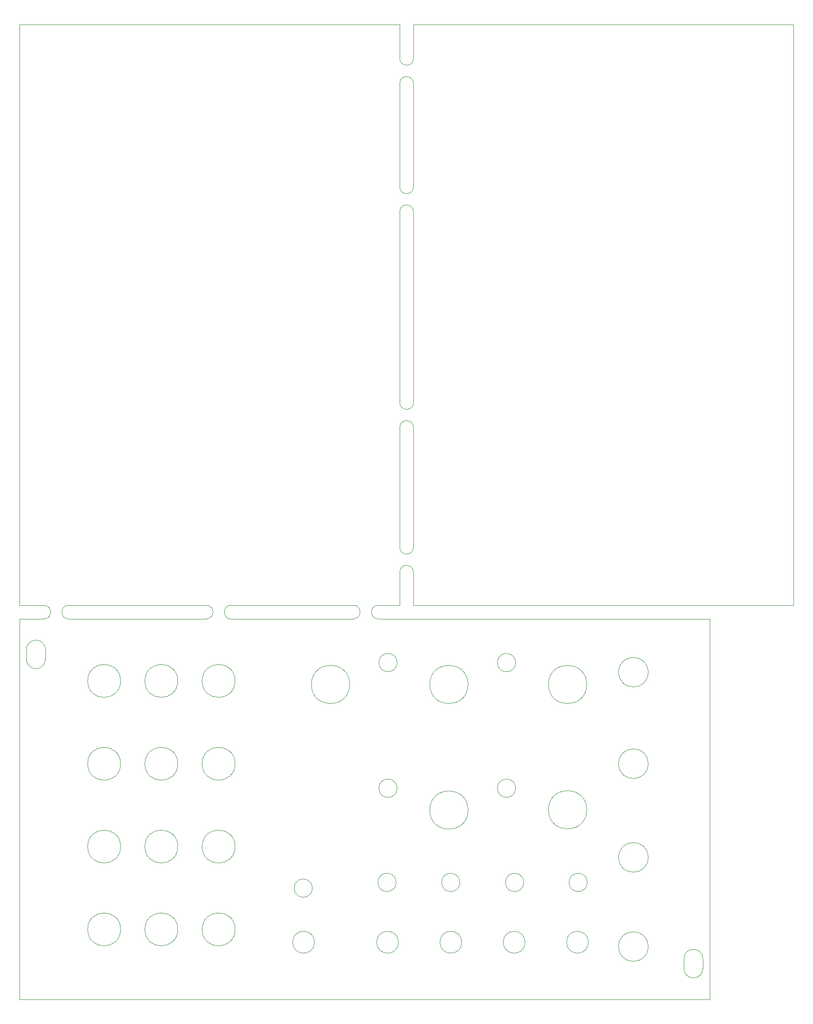
<source format=gbr>
%TF.GenerationSoftware,KiCad,Pcbnew,8.0.5*%
%TF.CreationDate,2024-12-01T23:02:53-05:00*%
%TF.ProjectId,2024.11.21_quadulator_2.0,32303234-2e31-4312-9e32-315f71756164,rev?*%
%TF.SameCoordinates,Original*%
%TF.FileFunction,Profile,NP*%
%FSLAX46Y46*%
G04 Gerber Fmt 4.6, Leading zero omitted, Abs format (unit mm)*
G04 Created by KiCad (PCBNEW 8.0.5) date 2024-12-01 23:02:53*
%MOMM*%
%LPD*%
G01*
G04 APERTURE LIST*
%TA.AperFunction,Profile*%
%ADD10C,0.050000*%
%TD*%
%TA.AperFunction,Profile*%
%ADD11C,0.100000*%
%TD*%
G04 APERTURE END LIST*
D10*
X66802000Y-108026200D02*
X70800000Y-108000000D01*
X39420800Y-108000800D02*
X62153800Y-108000800D01*
X9194800Y-108000800D02*
X34747200Y-108026200D01*
X0Y-108000000D02*
X4521200Y-108026200D01*
X66802000Y-110566200D02*
X128508614Y-110558400D01*
X39420800Y-110591600D02*
X62153800Y-110540800D01*
X9194800Y-110591600D02*
X34747200Y-110566200D01*
X8614Y-110558400D02*
X4521200Y-110566200D01*
X128508614Y-181358400D02*
X8614Y-181358400D01*
X73350000Y-101875000D02*
X73340000Y-108000000D01*
X70800000Y-34825000D02*
G75*
G02*
X73350000Y-34825000I1275000J0D01*
G01*
X0Y0D02*
X0Y-108000000D01*
X70800000Y-74950000D02*
G75*
G02*
X73350000Y-74950000I1275000J0D01*
G01*
X73350000Y-70300000D02*
X73350000Y-34825000D01*
X70800000Y-74950000D02*
X70800000Y-97225000D01*
X0Y0D02*
X70800000Y0D01*
X73340000Y-108000000D02*
X144140000Y-108000000D01*
X70800000Y-10950000D02*
G75*
G02*
X73350000Y-10950000I1275000J0D01*
G01*
X73350000Y-97225000D02*
G75*
G02*
X70800000Y-97225000I-1275000J0D01*
G01*
X73350000Y-6275000D02*
X73340000Y0D01*
X144140000Y-108000000D02*
X144140000Y0D01*
X73350000Y-30175000D02*
G75*
G02*
X70800000Y-30175000I-1275000J0D01*
G01*
X73350000Y-6275000D02*
G75*
G02*
X70800000Y-6275000I-1275000J0D01*
G01*
X70800000Y-101875000D02*
G75*
G02*
X73350000Y-101875000I1275000J0D01*
G01*
X73350000Y-30175000D02*
X73350000Y-10950000D01*
X70800000Y-34825000D02*
X70800000Y-70300000D01*
X144140000Y0D02*
X73340000Y0D01*
X70800000Y-101875000D02*
X70800000Y-108000000D01*
X70800000Y0D02*
X70800000Y-6275000D01*
X70800000Y-10950000D02*
X70800000Y-30175000D01*
X73350000Y-70300000D02*
G75*
G02*
X70800000Y-70300000I-1275000J0D01*
G01*
X73350000Y-97225000D02*
X73350000Y-74950000D01*
D11*
X70569815Y-170705600D02*
G75*
G02*
X66503275Y-170705600I-2033270J0D01*
G01*
X66503275Y-170705600D02*
G75*
G02*
X70569815Y-170705600I2033270J0D01*
G01*
X18821614Y-137499333D02*
G75*
G02*
X12691614Y-137499333I-3065000J0D01*
G01*
X12691614Y-137499333D02*
G75*
G02*
X18821614Y-137499333I3065000J0D01*
G01*
X117062143Y-137492728D02*
G75*
G02*
X111555085Y-137492728I-2753529J0D01*
G01*
X111555085Y-137492728D02*
G75*
G02*
X117062143Y-137492728I2753529J0D01*
G01*
X105621814Y-122750400D02*
G75*
G02*
X98491814Y-122750400I-3565000J0D01*
G01*
X98491814Y-122750400D02*
G75*
G02*
X105621814Y-122750400I3565000J0D01*
G01*
X40140614Y-137499333D02*
G75*
G02*
X34010614Y-137499333I-3065000J0D01*
G01*
X34010614Y-137499333D02*
G75*
G02*
X40140614Y-137499333I3065000J0D01*
G01*
X4834614Y-118051400D02*
G75*
G02*
X1278614Y-118051400I-1778000J-33D01*
G01*
X40140614Y-152908666D02*
G75*
G02*
X34010614Y-152908666I-3065000J0D01*
G01*
X34010614Y-152908666D02*
G75*
G02*
X40140614Y-152908666I3065000J0D01*
G01*
X1278615Y-116400400D02*
G75*
G02*
X4839141Y-116273400I1777999J126967D01*
G01*
X117062143Y-171508072D02*
G75*
G02*
X111555085Y-171508072I-2753529J0D01*
G01*
X111555085Y-171508072D02*
G75*
G02*
X117062143Y-171508072I2753529J0D01*
G01*
X70312214Y-142054400D02*
G75*
G02*
X66912214Y-142054400I-1700000J0D01*
G01*
X66912214Y-142054400D02*
G75*
G02*
X70312214Y-142054400I1700000J0D01*
G01*
X18821614Y-122090000D02*
G75*
G02*
X12691614Y-122090000I-3065000J0D01*
G01*
X12691614Y-122090000D02*
G75*
G02*
X18821614Y-122090000I3065000J0D01*
G01*
X29472614Y-137499333D02*
G75*
G02*
X23342614Y-137499333I-3065000J0D01*
G01*
X23342614Y-137499333D02*
G75*
G02*
X29472614Y-137499333I3065000J0D01*
G01*
X93886214Y-159582783D02*
G75*
G02*
X90486214Y-159582783I-1700000J0D01*
G01*
X90486214Y-159582783D02*
G75*
G02*
X93886214Y-159582783I1700000J0D01*
G01*
D10*
X128508614Y-181358400D02*
X128508614Y-110558400D01*
D11*
X127262614Y-175582400D02*
G75*
G02*
X123706614Y-175582400I-1778000J-33D01*
G01*
X127262614Y-173804400D02*
X127262614Y-175582400D01*
X123706614Y-173804400D02*
G75*
G02*
X127262614Y-173804400I1778000J-33D01*
G01*
X123706614Y-173804400D02*
X123706614Y-175582400D01*
X81999014Y-159582783D02*
G75*
G02*
X78599014Y-159582783I-1700000J0D01*
G01*
X78599014Y-159582783D02*
G75*
G02*
X81999014Y-159582783I1700000J0D01*
G01*
X61485614Y-122750400D02*
G75*
G02*
X54355614Y-122750400I-3565000J0D01*
G01*
X54355614Y-122750400D02*
G75*
G02*
X61485614Y-122750400I3565000J0D01*
G01*
X83523814Y-122750400D02*
G75*
G02*
X76393814Y-122750400I-3565000J0D01*
G01*
X76393814Y-122750400D02*
G75*
G02*
X83523814Y-122750400I3565000J0D01*
G01*
X40140614Y-168318000D02*
G75*
G02*
X34010614Y-168318000I-3065000J0D01*
G01*
X34010614Y-168318000D02*
G75*
G02*
X40140614Y-168318000I3065000J0D01*
G01*
X117062143Y-120474728D02*
G75*
G02*
X111555085Y-120474728I-2753529J0D01*
G01*
X111555085Y-120474728D02*
G75*
G02*
X117062143Y-120474728I2753529J0D01*
G01*
X70136214Y-159582783D02*
G75*
G02*
X66736214Y-159582783I-1700000J0D01*
G01*
X66736214Y-159582783D02*
G75*
G02*
X70136214Y-159582783I1700000J0D01*
G01*
X92386614Y-142054400D02*
G75*
G02*
X88986614Y-142054400I-1700000J0D01*
G01*
X88986614Y-142054400D02*
G75*
G02*
X92386614Y-142054400I1700000J0D01*
G01*
X29472614Y-152908666D02*
G75*
G02*
X23342614Y-152908666I-3065000J0D01*
G01*
X23342614Y-152908666D02*
G75*
G02*
X29472614Y-152908666I3065000J0D01*
G01*
X40140614Y-122090000D02*
G75*
G02*
X34010614Y-122090000I-3065000J0D01*
G01*
X34010614Y-122090000D02*
G75*
G02*
X40140614Y-122090000I3065000J0D01*
G01*
X92386614Y-118686400D02*
G75*
G02*
X88986614Y-118686400I-1700000J0D01*
G01*
X88986614Y-118686400D02*
G75*
G02*
X92386614Y-118686400I1700000J0D01*
G01*
X18821614Y-168318000D02*
G75*
G02*
X12691614Y-168318000I-3065000J0D01*
G01*
X12691614Y-168318000D02*
G75*
G02*
X18821614Y-168318000I3065000J0D01*
G01*
X29472614Y-168318000D02*
G75*
G02*
X23342614Y-168318000I-3065000J0D01*
G01*
X23342614Y-168318000D02*
G75*
G02*
X29472614Y-168318000I3065000J0D01*
G01*
X105926615Y-170705600D02*
G75*
G02*
X101860075Y-170705600I-2033270J0D01*
G01*
X101860075Y-170705600D02*
G75*
G02*
X105926615Y-170705600I2033270J0D01*
G01*
X82355415Y-170705600D02*
G75*
G02*
X78288875Y-170705600I-2033270J0D01*
G01*
X78288875Y-170705600D02*
G75*
G02*
X82355415Y-170705600I2033270J0D01*
G01*
X1278614Y-118051400D02*
X1278615Y-116400400D01*
X54540614Y-160647200D02*
G75*
G02*
X51140614Y-160647200I-1700000J0D01*
G01*
X51140614Y-160647200D02*
G75*
G02*
X54540614Y-160647200I1700000J0D01*
G01*
X70312214Y-118686400D02*
G75*
G02*
X66912214Y-118686400I-1700000J0D01*
G01*
X66912214Y-118686400D02*
G75*
G02*
X70312214Y-118686400I1700000J0D01*
G01*
X117062143Y-154917128D02*
G75*
G02*
X111555085Y-154917128I-2753529J0D01*
G01*
X111555085Y-154917128D02*
G75*
G02*
X117062143Y-154917128I2753529J0D01*
G01*
X94141015Y-170705600D02*
G75*
G02*
X90074475Y-170705600I-2033270J0D01*
G01*
X90074475Y-170705600D02*
G75*
G02*
X94141015Y-170705600I2033270J0D01*
G01*
X105621814Y-146067600D02*
G75*
G02*
X98491814Y-146067600I-3565000J0D01*
G01*
X98491814Y-146067600D02*
G75*
G02*
X105621814Y-146067600I3565000J0D01*
G01*
X4839143Y-116273400D02*
X4834614Y-118051400D01*
X54924684Y-170705600D02*
G75*
G02*
X50858144Y-170705600I-2033270J0D01*
G01*
X50858144Y-170705600D02*
G75*
G02*
X54924684Y-170705600I2033270J0D01*
G01*
X83523814Y-146118400D02*
G75*
G02*
X76393814Y-146118400I-3565000J0D01*
G01*
X76393814Y-146118400D02*
G75*
G02*
X83523814Y-146118400I3565000J0D01*
G01*
X18821614Y-152908666D02*
G75*
G02*
X12691614Y-152908666I-3065000J0D01*
G01*
X12691614Y-152908666D02*
G75*
G02*
X18821614Y-152908666I3065000J0D01*
G01*
X29472614Y-122090000D02*
G75*
G02*
X23342614Y-122090000I-3065000J0D01*
G01*
X23342614Y-122090000D02*
G75*
G02*
X29472614Y-122090000I3065000J0D01*
G01*
X105722614Y-159582783D02*
G75*
G02*
X102322614Y-159582783I-1700000J0D01*
G01*
X102322614Y-159582783D02*
G75*
G02*
X105722614Y-159582783I1700000J0D01*
G01*
D10*
X8614Y-110558400D02*
X8614Y-181358400D01*
X66802000Y-110566200D02*
G75*
G02*
X66802000Y-108026200I0J1270000D01*
G01*
X62153800Y-108000800D02*
G75*
G02*
X62153800Y-110540800I0J-1270000D01*
G01*
X39420800Y-110591600D02*
G75*
G02*
X39420800Y-108000800I0J1295400D01*
G01*
X34747200Y-108026200D02*
G75*
G02*
X34747200Y-110566200I0J-1270000D01*
G01*
X9194800Y-110591600D02*
G75*
G02*
X9194800Y-108000800I0J1295400D01*
G01*
X4521200Y-108026200D02*
G75*
G02*
X4521200Y-110566200I0J-1270000D01*
G01*
M02*

</source>
